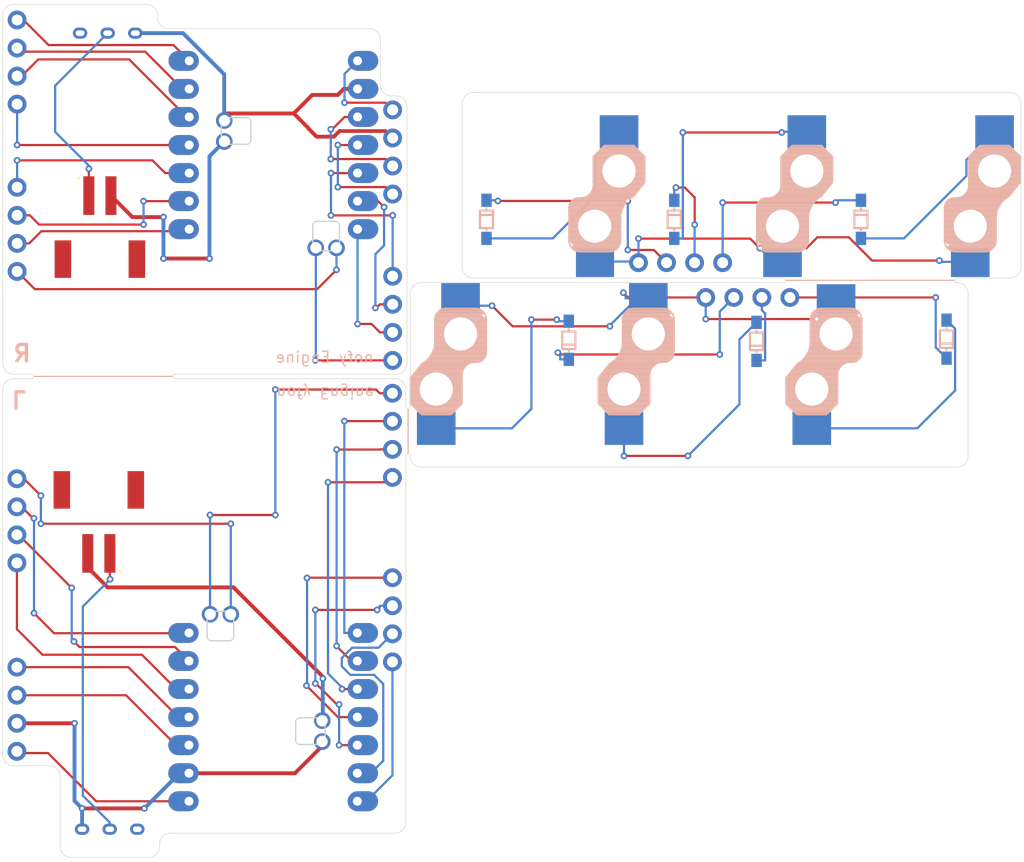
<source format=kicad_pcb>
(kicad_pcb (version 20241229) (generator "pcbnew") (generator_version "9.0")
  (title_block (title "nofy") (date "2025-03-20") (company "FlightByte"))
  (layers (0 "F.Cu" signal) (2 "B.Cu" signal) (13 "F.Paste" user) (15 "B.Paste" user) (5 "F.SilkS" user "F.Silkscreen") (7 "B.SilkS" user "B.Silkscreen") (1 "F.Mask" user) (3 "B.Mask" user) (25 "Edge.Cuts" user))
  (net 0 "")
  (net 1 "Bat")
  (net 2 "Net-(BT1--)")
  (net 3 "Net-(B1--)")
  (net 4 "Net-(D22-A)")
  (net 5 "Net-(D23-A)")
  (net 6 "Net-(D24-A)")
  (net 7 "Net-(D25-A)")
  (net 8 "Net-(D26-A)")
  (net 9 "Net-(D27-A)")
  (net 10 "Bat_L")
  (net 11 "GND_R_b")
  (net 12 "GND_L_b")
  (net 15 "Net-(D22-K)")
  (net 16 "Net-(D23-K)")
  (net 17 "Net-(D24-K)")
  (net 18 "Net-(D25-K)")
  (net 19 "Net-(D26-K)")
  (net 20 "Net-(D27-K)")
  (net 21 "Net-(J23-Pin_1)")
  (net 22 "Net-(J24-Pin_1)")
  (net 23 "Net-(J26-Pin_1)")
  (net 24 "Net-(J26-Pin_3)")
  (net 25 "Net-(J26-Pin_4)")
  (net 26 "Net-(J28-Pin_4)")
  (net 27 "Net-(J28-Pin_1)")
  (net 28 "Net-(J28-Pin_3)")
  (net 29 "Net-(J28-Pin_2)")
  (net 30 "Net-(J31-Pin_2)")
  (net 31 "Net-(J31-Pin_1)")
  (net 32 "Net-(J31-Pin_3)")
  (net 33 "Net-(J31-Pin_4)")
  (net 34 "Net-(J33-Pin_4)")
  (net 35 "Net-(J33-Pin_3)")
  (net 36 "Net-(J33-Pin_2)")
  (net 37 "Net-(J33-Pin_1)")
  (net 38 "Net-(J34-Pin_3)")
  (net 39 "Net-(J34-Pin_4)")
  (net 40 "Net-(J34-Pin_1)")
  (net 41 "Net-(J35-Pin_3)")
  (net 42 "Net-(J35-Pin_1)")
  (net 43 "Net-(J35-Pin_2)")
  (net 44 "Net-(J35-Pin_4)")
  (net 45 "Net-(J40-Pin_3)")
  (net 46 "Net-(J40-Pin_2)")
  (net 47 "Net-(J40-Pin_4)")
  (net 48 "Net-(J40-Pin_1)")
  (net 49 "Net-(J41-Pin_4)")
  (net 50 "Net-(J41-Pin_3)")
  (net 51 "Net-(J41-Pin_2)")
  (net 52 "Net-(J41-Pin_1)")
  (footprint "nofy:Pin1x4" (layer "F.Cu") (at 24.885 85.085 180)
    (property "Reference" "J35" (hide yes))
    (property "Value" "PIn1x4" (hide yes))
  )
  (footprint "nofy:Choc_v2_Hotswap_1u_17mm" (layer "F.Cu") (at 67.45 68.0536 -90)
    (property "Reference" "SW26" (hide yes))
    (property "Value" "SW_PUSH" (hide yes))
  )
  (footprint "nofy:Choc_v2_Hotswap_1u_17mm" (layer "F.Cu") (at 84.45 68.0536 -90)
    (property "Reference" "SW27" (hide yes))
    (property "Value" "SW_PUSH" (hide yes))
  )
  (footprint "_kicad_footprints:XIAO_nRF52840_wBAT_wNFC_1" (layer "F.Cu") (at 46.785 108.245 180)
    (property "Reference" "U1" (hide yes))
    (property "Value" "~" (hide yes))
    (fp_line (start 5.985247 17.791753) (end 5.985247 19.391953) (stroke (width 0.12)) (layer "Edge.Cuts"))
    (fp_line (start 5.299447 20.077753) (end 4.258047 20.077753) (stroke (width 0.12)) (layer "Edge.Cuts"))
    (fp_line (start 3.953247 17.410753) (end 5.604247 17.410753) (stroke (width 0.12)) (layer "Edge.Cuts"))
    (fp_line (start 3.572247 19.391953) (end 3.572247 17.791753) (stroke (width 0.12)) (layer "Edge.Cuts"))
    (fp_line (start -2.040753 8.403247) (end -2.040753 10.054247) (stroke (width 0.12)) (layer "Edge.Cuts"))
    (fp_line (start -2.421753 10.435247) (end -4.021953 10.435247) (stroke (width 0.12)) (layer "Edge.Cuts"))
    (fp_line (start -4.021953 8.022247) (end -2.421753 8.022247) (stroke (width 0.12)) (layer "Edge.Cuts"))
    (fp_line (start -4.707753 9.749447) (end -4.707753 8.708047) (stroke (width 0.12)) (layer "Edge.Cuts"))
    (fp_arc (start 5.604247 17.410753) (mid 5.873656 17.522344) (end 5.985247 17.791753) (stroke (width 0.12)) (layer "Edge.Cuts"))
    (fp_arc (start 5.299447 20.077753) (mid 5.381637 19.474146) (end 5.985247 19.391953) (stroke (width 0.12)) (layer "Edge.Cuts"))
    (fp_arc (start 3.572247 19.391953) (mid 4.175856 19.474144) (end 4.258047 20.077753) (stroke (width 0.12)) (layer "Edge.Cuts"))
    (fp_arc (start 3.572247 17.791753) (mid 3.683838 17.522342) (end 3.953247 17.410753) (stroke (width 0.12)) (layer "Edge.Cuts"))
    (fp_arc (start -2.040753 10.054247) (mid -2.152344 10.323656) (end -2.421753 10.435247) (stroke (width 0.12)) (layer "Edge.Cuts"))
    (fp_arc (start -2.421753 8.022247) (mid -2.152342 8.133838) (end -2.040753 8.403247) (stroke (width 0.12)) (layer "Edge.Cuts"))
    (fp_arc (start -4.021953 8.022247) (mid -4.104144 8.625856) (end -4.707753 8.708047) (stroke (width 0.12)) (layer "Edge.Cuts"))
    (fp_arc (start -4.707753 9.749447) (mid -4.104146 9.831637) (end -4.021953 10.435247) (stroke (width 0.12)) (layer "Edge.Cuts"))
  )
  (footprint "_kicad_footprints:TGSW_MSK-12D19" (layer "F.Cu") (at 31.985 110.645 180)
    (property "Reference" "SW4" (hide yes))
    (property "Value" "SW_SPDT" (hide yes))
  )
  (footprint "nofy:MountingHole_2.2mm_M2" (layer "F.Cu") (at 75.95 60.1)
    (property "Reference" "REF**12" (hide yes))
    (property "Value" "MountingHole_2.2mm_M2" (hide yes))
  )
  (footprint "nofy:Choc_v2_Hotswap_1u_17mm" (layer "F.Cu") (at 101.45 68.0536 -90)
    (property "Reference" "SW28" (hide yes))
    (property "Value" "SW_PUSH" (hide yes))
  )
  (footprint "nofy:Pin1x4" (layer "F.Cu") (at 22.3036 48.4761)
    (property "Reference" "J33" (hide yes))
    (property "Value" "PIn1x4" (hide yes))
  )
  (footprint "nofy:Pin1x4" (layer "F.Cu") (at 58.885 77.345 180)
    (property "Reference" "J41" (hide yes))
    (property "Value" "PIn1x4" (hide yes))
  )
  (footprint "_kicad_footprints:Diode_SMD" (layer "F.Cu") (at 107.75 66.3067 90)
    (property "Reference" "D24")
    (property "Value" "D" (hide yes))
  )
  (footprint "nofy:MountingHole_2.2mm_M2" (layer "F.Cu") (at 97.7 56.25)
    (property "Reference" "REF**3" (hide yes))
    (property "Value" "MountingHole_2.2mm_M2" (hide yes))
  )
  (footprint "nofy:Choc_v2_Hotswap_1u_17mm" (layer "F.Cu") (at 106.2 48.3036 90)
    (property "Reference" "SW31" (hide yes))
    (property "Value" "SW_PUSH" (hide yes))
  )
  (footprint "_kicad_footprints:Diode_SMD" (layer "F.Cu") (at 73.55 66.4067 90)
    (property "Reference" "D22")
    (property "Value" "D" (hide yes))
  )
  (footprint "_kicad_footprints:JST_S2B-PH-SM4-TB" (layer "F.Cu") (at 31.0964 50.5321 180)
    (property "Reference" "B1" (hide yes))
    (property "Value" "BATT_L" (hide yes))
  )
  (footprint "nofy:Pin1x4" (layer "F.Cu") (at 24.885 102.145 180)
    (property "Reference" "J34" (hide yes))
    (property "Value" "PIn1x4" (hide yes))
  )
  (footprint "nofy:Pin1x4" (layer "F.Cu") (at 78.56 57.9036 90)
    (property "Reference" "J24" (hide yes))
    (property "Value" "PIn1x4" (hide yes))
  )
  (footprint "nofy:MountingHole_2.2mm_M2" (layer "F.Cu") (at 33.35 101.35)
    (property "Reference" "REF**14" (hide yes))
    (property "Value" "MountingHole_2.2mm_M2" (hide yes))
  )
  (footprint "nofy:Pin1x4" (layer "F.Cu") (at 56.3036 41.4711)
    (property "Reference" "J26" (hide yes))
    (property "Value" "PIn1x4" (hide yes))
  )
  (footprint "nofy:Pin1x4" (layer "F.Cu") (at 84.65 61.0536 90)
    (property "Reference" "J23" (hide yes))
    (property "Value" "PIn1x4" (hide yes))
  )
  (footprint "_kicad_footprints:JST_S2B-PH-SM4-TB" (layer "F.Cu") (at 31 82.925)
    (property "Reference" "BT1" (hide yes))
    (property "Value" "BATT" (hide yes))
  )
  (footprint "nofy:Pin1x4" (layer "F.Cu") (at 22.3036 33.3311)
    (property "Reference" "J31" (hide yes))
    (property "Value" "PIn1x4" (hide yes))
  )
  (footprint "_kicad_footprints:Diode_SMD" (layer "F.Cu") (at 100 49.9004 -90)
    (property "Reference" "D27")
    (property "Value" "D" (hide yes))
  )
  (footprint "_kicad_footprints:XIAO_nRF52840_wBAT_wNFC_1" (layer "F.Cu") (at 46.8036 35.4511)
    (property "Reference" "U2" (hide yes))
    (property "Value" "~" (hide yes))
    (fp_line (start -4.707753 9.749447) (end -4.707753 8.708047) (stroke (width 0.12)) (layer "Edge.Cuts"))
    (fp_line (start -4.021953 8.022247) (end -2.421753 8.022247) (stroke (width 0.12)) (layer "Edge.Cuts"))
    (fp_line (start -2.421753 10.435247) (end -4.021953 10.435247) (stroke (width 0.12)) (layer "Edge.Cuts"))
    (fp_line (start -2.040753 8.403247) (end -2.040753 10.054247) (stroke (width 0.12)) (layer "Edge.Cuts"))
    (fp_line (start 3.572247 19.391953) (end 3.572247 17.791753) (stroke (width 0.12)) (layer "Edge.Cuts"))
    (fp_line (start 3.953247 17.410753) (end 5.604247 17.410753) (stroke (width 0.12)) (layer "Edge.Cuts"))
    (fp_line (start 5.299447 20.077753) (end 4.258047 20.077753) (stroke (width 0.12)) (layer "Edge.Cuts"))
    (fp_line (start 5.985247 17.791753) (end 5.985247 19.391953) (stroke (width 0.12)) (layer "Edge.Cuts"))
    (fp_arc (start -4.707753 9.749447) (mid -4.104146 9.831637) (end -4.021953 10.435247) (stroke (width 0.12)) (layer "Edge.Cuts"))
    (fp_arc (start -4.021953 8.022247) (mid -4.104144 8.625856) (end -4.707753 8.708047) (stroke (width 0.12)) (layer "Edge.Cuts"))
    (fp_arc (start -2.421753 8.022247) (mid -2.152342 8.133838) (end -2.040753 8.403247) (stroke (width 0.12)) (layer "Edge.Cuts"))
    (fp_arc (start -2.040753 10.054247) (mid -2.152344 10.323656) (end -2.421753 10.435247) (stroke (width 0.12)) (layer "Edge.Cuts"))
    (fp_arc (start 3.572247 17.791753) (mid 3.683838 17.522342) (end 3.953247 17.410753) (stroke (width 0.12)) (layer "Edge.Cuts"))
    (fp_arc (start 3.572247 19.391953) (mid 4.175856 19.474144) (end 4.258047 20.077753) (stroke (width 0.12)) (layer "Edge.Cuts"))
    (fp_arc (start 5.299447 20.077753) (mid 5.381637 19.474146) (end 5.985247 19.391953) (stroke (width 0.12)) (layer "Edge.Cuts"))
    (fp_arc (start 5.604247 17.410753) (mid 5.873656 17.522344) (end 5.985247 17.791753) (stroke (width 0.12)) (layer "Edge.Cuts"))
  )
  (footprint "_kicad_footprints:Diode_SMD" (layer "F.Cu") (at 83.1 49.9004 -90)
    (property "Reference" "D26")
    (property "Value" "D" (hide yes))
  )
  (footprint "_kicad_footprints:TGSW_MSK-12D19" (layer "F.Cu") (at 31.8036 33.0711)
    (property "Reference" "SW3" (hide yes))
    (property "Value" "SW_SPDT" (hide yes))
  )
  (footprint "nofy:Pin1x4" (layer "F.Cu") (at 56.3036 56.5311)
    (property "Reference" "J28" (hide yes))
    (property "Value" "PIn1x4" (hide yes))
  )
  (footprint "nofy:MountingHole_2.2mm_M2" (layer "F.Cu") (at 31.55 41.95)
    (property "Reference" "REF**1" (hide yes))
    (property "Value" "MountingHole_2.2mm_M2" (hide yes))
  )
  (footprint "nofy:MountingHole_2.2mm_M2" (layer "F.Cu") (at 41 74.35)
    (property "Reference" "REF**13" (hide yes))
    (property "Value" "MountingHole_2.2mm_M2" (hide yes))
  )
  (footprint "nofy:MountingHole_2.2mm_M2" (layer "F.Cu") (at 46.65 62.85)
    (property "Reference" "REF**2" (hide yes))
    (property "Value" "MountingHole_2.2mm_M2" (hide yes))
  )
  (footprint "nofy:Choc_v2_Hotswap_1u_17mm" (layer "F.Cu") (at 72.2 48.3036 90)
    (property "Reference" "SW29" (hide yes))
    (property "Value" "SW_PUSH" (hide yes))
  )
  (footprint "nofy:Choc_v2_Hotswap_1u_17mm" (layer "F.Cu") (at 89.2 48.3036 90)
    (property "Reference" "SW30" (hide yes))
    (property "Value" "SW_PUSH" (hide yes))
  )
  (footprint "nofy:Pin1x4" (layer "F.Cu") (at 58.885 94.045 180)
    (property "Reference" "J40" (hide yes))
    (property "Value" "PIn1x4" (hide yes))
  )
  (footprint "_kicad_footprints:Diode_SMD" (layer "F.Cu") (at 90.55 66.5067 90)
    (property "Reference" "D23")
    (property "Value" "D" (hide yes))
  )
  (footprint "_kicad_footprints:Diode_SMD" (layer "F.Cu") (at 66.1 49.9004 -90)
    (property "Reference" "D25")
    (property "Value" "D" (hide yes))
  )
  (gr_line (start 25.1 66.9) (end 37.7 66.9) (stroke (width 0.1)) (layer "F.SilkS"))
  (gr_line (start 59 69.9) (end 59 73.9) (stroke (width 0.1)) (layer "F.SilkS"))
  (gr_line (start 108.5 58.2) (end 93.2 58.2) (stroke (width 0.1)) (layer "F.SilkS"))
  (gr_line (start 37.7 66.9) (end 25.1 66.9) (stroke (width 0.1)) (layer "B.SilkS"))
  (gr_line (start 93.2 58.2) (end 108.5 58.2) (stroke (width 0.1)) (layer "B.SilkS"))
  (gr_line (start 59 73.9) (end 59 69.9) (stroke (width 0.1)) (layer "B.SilkS"))
  (gr_arc (start 36.5 109.25) (mid 36.792891 108.542891) (end 37.5 108.25) (stroke (width 0.05)) (layer "Edge.Cuts"))
  (gr_arc (start 22.31066 34.214214) (mid 22.603553 33.507107) (end 23.31066 33.214214) (stroke (width 0.05)) (layer "Edge.Cuts"))
  (gr_line (start 64.9 58) (end 93.000001 58) (stroke (width 0.05)) (layer "Edge.Cuts"))
  (gr_arc (start 58.896446 65.7) (mid 58.603553 66.407107) (end 57.896446 66.7) (stroke (width 0.05)) (layer "Edge.Cuts"))
  (gr_arc (start 22.3 68.1) (mid 22.592893 67.392893) (end 23.3 67.1) (stroke (width 0.05)) (layer "Edge.Cuts"))
  (gr_line (start 26.5 102.15) (end 23.3 102.15) (stroke (width 0.05)) (layer "Edge.Cuts"))
  (gr_arc (start 109.7 74.1) (mid 109.407107 74.807107) (end 108.7 75.1) (stroke (width 0.05)) (layer "Edge.Cuts"))
  (gr_arc (start 58.8 74.1) (mid 59 73.9) (end 59.2 74.1) (stroke (width 0.05)) (layer "Edge.Cuts"))
  (gr_arc (start 35.296446 33.214214) (mid 36.003553 33.507107) (end 36.296446 34.214214) (stroke (width 0.05)) (layer "Edge.Cuts"))
  (gr_line (start 36.296453 34.407107) (end 36.296445 34.214214) (stroke (width 0.05)) (layer "Edge.Cuts"))
  (gr_arc (start 60.2 75.1) (mid 59.492893 74.807107) (end 59.2 74.1) (stroke (width 0.05)) (layer "Edge.Cuts"))
  (gr_arc (start 114.5 57) (mid 114.207107 57.707107) (end 113.5 58) (stroke (width 0.05)) (layer "Edge.Cuts"))
  (gr_line (start 109.7 74.1) (end 109.7 59.4) (stroke (width 0.05)) (layer "Edge.Cuts"))
  (gr_arc (start 113.5 41.2) (mid 114.207107 41.492893) (end 114.5 42.2) (stroke (width 0.05)) (layer "Edge.Cuts"))
  (gr_line (start 57.503553 41.507107) (end 57.903553 41.507107) (stroke (width 0.05)) (layer "Edge.Cuts"))
  (gr_arc (start 23.3 102.15) (mid 22.592893 101.857107) (end 22.3 101.15) (stroke (width 0.05)) (layer "Edge.Cuts"))
  (gr_line (start 23.310653 33.214214) (end 35.296446 33.214214) (stroke (width 0.05)) (layer "Edge.Cuts"))
  (gr_line (start 59.2 69.7) (end 59.2 59.4) (stroke (width 0.05)) (layer "Edge.Cuts"))
  (gr_arc (start 108.7 58.4) (mid 108.5 58.2) (end 108.7 58) (stroke (width 0.05)) (layer "Edge.Cuts"))
  (gr_arc (start 64.9 58) (mid 64.192893 57.707107) (end 63.9 57) (stroke (width 0.05)) (layer "Edge.Cuts"))
  (gr_arc (start 108.7 58.4) (mid 109.407107 58.692893) (end 109.7 59.4) (stroke (width 0.05)) (layer "Edge.Cuts"))
  (gr_line (start 58.8 74.1) (end 58.8 107.25) (stroke (width 0.05)) (layer "Edge.Cuts"))
  (gr_line (start 23.30358 66.7) (end 24.9 66.7) (stroke (width 0.05)) (layer "Edge.Cuts"))
  (gr_line (start 37.296453 35.407107) (end 55.503553 35.407107) (stroke (width 0.05)) (layer "Edge.Cuts"))
  (gr_arc (start 28.5 110.45) (mid 27.792893 110.157107) (end 27.5 109.45) (stroke (width 0.05)) (layer "Edge.Cuts"))
  (gr_arc (start 55.503553 35.414214) (mid 56.21066 35.707107) (end 56.503553 36.414214) (stroke (width 0.05)) (layer "Edge.Cuts"))
  (gr_arc (start 37.296445 35.407107) (mid 36.589338 35.114214) (end 36.296445 34.407107) (stroke (width 0.05)) (layer "Edge.Cuts"))
  (gr_arc (start 37.9 67.1) (mid 37.7 66.9) (end 37.9 66.7) (stroke (width 0.05)) (layer "Edge.Cuts"))
  (gr_line (start 63.9 42.2) (end 63.9 57) (stroke (width 0.05)) (layer "Edge.Cuts"))
  (gr_line (start 22.3 101.15) (end 22.3 68.1) (stroke (width 0.05)) (layer "Edge.Cuts"))
  (gr_line (start 60.2 58.4) (end 93 58.4) (stroke (width 0.05)) (layer "Edge.Cuts"))
  (gr_arc (start 57.8 67.1) (mid 58.507107 67.392893) (end 58.8 68.1) (stroke (width 0.05)) (layer "Edge.Cuts"))
  (gr_arc (start 36.5 109.45) (mid 36.207107 110.157107) (end 35.5 110.45) (stroke (width 0.05)) (layer "Edge.Cuts"))
  (gr_line (start 108.7 75.1) (end 60.2 75.1) (stroke (width 0.05)) (layer "Edge.Cuts"))
  (gr_line (start 37.9 67.1) (end 57.8 67.1) (stroke (width 0.05)) (layer "Edge.Cuts"))
  (gr_line (start 37.5 108.25) (end 57.8 108.25) (stroke (width 0.05)) (layer "Edge.Cuts"))
  (gr_line (start 56.503553 36.414214) (end 56.503553 40.507107) (stroke (width 0.05)) (layer "Edge.Cuts"))
  (gr_arc (start 26.5 102.15) (mid 27.207107 102.442893) (end 27.5 103.15) (stroke (width 0.05)) (layer "Edge.Cuts"))
  (gr_line (start 64.9 41.199992) (end 113.5 41.2) (stroke (width 0.05)) (layer "Edge.Cuts"))
  (gr_arc (start 93 58) (mid 93.2 58.2) (end 93 58.4) (stroke (width 0.05)) (layer "Edge.Cuts"))
  (gr_arc (start 57.903553 41.507107) (mid 58.61066 41.8) (end 58.903553 42.507107) (stroke (width 0.05)) (layer "Edge.Cuts"))
  (gr_line (start 23.3 67.1) (end 24.9 67.1) (stroke (width 0.05)) (layer "Edge.Cuts"))
  (gr_arc (start 57.503553 41.507107) (mid 56.796446 41.214214) (end 56.503553 40.507107) (stroke (width 0.05)) (layer "Edge.Cuts"))
  (gr_line (start 35.5 110.45) (end 28.5 110.45) (stroke (width 0.05)) (layer "Edge.Cuts"))
  (gr_arc (start 24.9 66.7) (mid 25.1 66.9) (end 24.9 67.1) (stroke (width 0.05)) (layer "Edge.Cuts"))
  (gr_arc (start 58.8 107.25) (mid 58.507109 107.957109) (end 57.8 108.25) (stroke (width 0.05)) (layer "Edge.Cuts"))
  (gr_arc (start 59.2 59.4) (mid 59.492893 58.692893) (end 60.2 58.4) (stroke (width 0.05)) (layer "Edge.Cuts"))
  (gr_line (start 58.8 68.1) (end 58.8 69.7) (stroke (width 0.05)) (layer "Edge.Cuts"))
  (gr_arc (start 23.303553 66.7) (mid 22.596446 66.407107) (end 22.303553 65.7) (stroke (width 0.05)) (layer "Edge.Cuts"))
  (gr_arc (start 63.9 42.199992) (mid 64.192893 41.492885) (end 64.9 41.199992) (stroke (width 0.05)) (layer "Edge.Cuts"))
  (gr_line (start 22.303553 65.7) (end 22.31066 34.214207) (stroke (width 0.05)) (layer "Edge.Cuts"))
  (gr_line (start 57.896446 66.699999) (end 37.9 66.7) (stroke (width 0.05)) (layer "Edge.Cuts"))
  (gr_line (start 58.903553 42.507107) (end 58.896445 65.7) (stroke (width 0.05)) (layer "Edge.Cuts"))
  (gr_line (start 108.7 58) (end 113.5 58) (stroke (width 0.05)) (layer "Edge.Cuts"))
  (gr_arc (start 59.2 69.7) (mid 59 69.9) (end 58.8 69.7) (stroke (width 0.05)) (layer "Edge.Cuts"))
  (gr_line (start 27.5 109.45) (end 27.5 103.15) (stroke (width 0.05)) (layer "Edge.Cuts"))
  (gr_line (start 36.5 109.45) (end 36.5 109.25) (stroke (width 0.05)) (layer "Edge.Cuts"))
  (gr_line (start 114.5 42.2) (end 114.5 57.007108) (stroke (width 0.05)) (layer "Edge.Cuts"))
  (gr_text "R" (at 25 65.7 0) (layer "B.SilkS") (effects (font (size 1.5 1.5) (thickness 0.3) (bold yes)) (justify left bottom mirror)))
  (gr_text "nofy Engine" (at 55.95 65.75 0) (layer "B.SilkS") (effects (font (size 1 1) (thickness 0.125)) (justify left bottom mirror)))
  (gr_text "nofy Engine" (at 47 67.8 180) (layer "B.SilkS") (effects (font (size 1 1) (thickness 0.125)) (justify left bottom mirror)))
  (gr_text "L" (at 22.95 68.1 180) (layer "B.SilkS") (effects (font (size 1.5 1.5) (thickness 0.3) (bold yes)) (justify left bottom mirror)))
  (segment (start 43.1931 86) (end 31.8 86) (width 0.35) (layer "F.Cu") (net 1))
  (segment (start 31.8 86) (end 30 84.2) (width 0.35) (layer "F.Cu") (net 1))
  (segment (start 30 84.2) (end 30 82.925) (width 0.35) (layer "F.Cu") (net 1))
  (segment (start 51.2807 94.2584) (end 51.2807 94.0876) (width 0.35) (layer "F.Cu") (net 1))
  (segment (start 51.2807 94.0876) (end 43.1931 86) (width 0.35) (layer "F.Cu") (net 1))
  (via (at 51.2807 94.2584) (size 0.6) (drill 0.3) (layers "F.Cu" "B.Cu") (net 1))
  (segment (start 51.23 98.062) (end 51.2807 98.0113) (width 0.35) (layer "B.Cu") (net 1))
  (segment (start 51.2807 98.0113) (end 51.2807 94.2584) (width 0.35) (layer "B.Cu") (net 1))
  (segment (start 32 85.245404) (end 32 82.925) (width 0.2) (layer "F.Cu") (net 2))
  (segment (start 32.019798 85.265202) (end 32 85.245404) (width 0.2) (layer "F.Cu") (net 2))
  (via (at 32.019798 85.265202) (size 0.6) (drill 0.3) (layers "F.Cu" "B.Cu") (net 2))
  (segment (start 31.985 107.285) (end 31.985 107.895) (width 0.2) (layer "B.Cu") (net 2))
  (segment (start 29.55 87.735) (end 29.55 104.85) (width 0.2) (layer "B.Cu") (net 2))
  (segment (start 32.019798 85.265202) (end 29.55 87.735) (width 0.2) (layer "B.Cu") (net 2))
  (segment (start 29.55 104.85) (end 31.985 107.285) (width 0.2) (layer "B.Cu") (net 2))
  (segment (start 30.0964 48.1036) (end 30.0964 50.5321) (width 0.2) (layer "F.Cu") (net 3))
  (segment (start 30.1 48.1) (end 30.0964 48.1036) (width 0.2) (layer "F.Cu") (net 3))
  (via (at 30.1 48.1) (size 0.6) (drill 0.3) (layers "F.Cu" "B.Cu") (net 3))
  (segment (start 30.1 47.82) (end 27.05 44.77) (width 0.2) (layer "B.Cu") (net 3))
  (segment (start 30.1 48.1) (end 30.1 47.82) (width 0.2) (layer "B.Cu") (net 3))
  (segment (start 27.05 40.5747) (end 31.8036 35.8211) (width 0.2) (layer "B.Cu") (net 3))
  (segment (start 27.05 44.77) (end 27.05 40.5747) (width 0.2) (layer "B.Cu") (net 3))
  (segment (start 70.1631 61.7616) (end 72.4602 61.7616) (width 0.2) (layer "F.Cu") (net 4))
  (via (at 72.4602 61.7616) (size 0.6) (drill 0.3) (layers "F.Cu" "B.Cu") (net 4))
  (via (at 70.1631 61.7616) (size 0.6) (drill 0.3) (layers "F.Cu" "B.Cu") (net 4))
  (segment (start 73.55 61.9036) (end 72.6022 61.9036) (width 0.2) (layer "B.Cu") (net 4))
  (segment (start 70.1631 69.85) (end 70.15 69.85) (width 0.2) (layer "B.Cu") (net 4))
  (segment (start 70.15 69.85) (end 68.4 71.6) (width 0.2) (layer "B.Cu") (net 4))
  (segment (start 72.6022 61.9036) (end 72.4602 61.7616) (width 0.2) (layer "B.Cu") (net 4))
  (segment (start 70.1631 61.7616) (end 70.1631 69.85) (width 0.2) (layer "B.Cu") (net 4))
  (segment (start 68.4 71.6) (end 61.5536 71.6) (width 0.2) (layer "B.Cu") (net 4))
  (segment (start 61.5536 71.6) (end 61.55 71.6036) (width 0.2) (layer "B.Cu") (net 4))
  (segment (start 84.336 74.0973) (end 78.55 74.0973) (width 0.2) (layer "F.Cu") (net 5))
  (via (at 84.336 74.0973) (size 0.6) (drill 0.3) (layers "F.Cu" "B.Cu") (net 5))
  (via (at 78.55 74.0973) (size 0.6) (drill 0.3) (layers "F.Cu" "B.Cu") (net 5))
  (segment (start 89 69.4333) (end 84.336 74.0973) (width 0.2) (layer "B.Cu") (net 5))
  (segment (start 89 63.5536) (end 89 69.4333) (width 0.2) (layer "B.Cu") (net 5))
  (segment (start 90.55 62.0036) (end 89 63.5536) (width 0.2) (layer "B.Cu") (net 5))
  (segment (start 78.55 71.6036) (end 78.55 74.0973) (width 0.2) (layer "B.Cu") (net 5))
  (segment (start 108.526 68.174) (end 105.1 71.6) (width 0.2) (layer "B.Cu") (net 6))
  (segment (start 107.7536 61.8036) (end 108.526 62.576) (width 0.2) (layer "B.Cu") (net 6))
  (segment (start 105.1 71.6) (end 95.5536 71.6) (width 0.2) (layer "B.Cu") (net 6))
  (segment (start 107.75 61.8036) (end 107.7536 61.8036) (width 0.2) (layer "B.Cu") (net 6))
  (segment (start 95.5536 71.6) (end 95.55 71.6036) (width 0.2) (layer "B.Cu") (net 6))
  (segment (start 108.526 62.576) (end 108.526 68.174) (width 0.2) (layer "B.Cu") (net 6))
  (segment (start 72.1017 54.4035) (end 75.8783 50.6269) (width 0.2) (layer "B.Cu") (net 7))
  (segment (start 75.8783 50.6269) (end 75.8783 46.9753) (width 0.2) (layer "B.Cu") (net 7))
  (segment (start 75.8783 46.9753) (end 78.1 44.7536) (width 0.2) (layer "B.Cu") (net 7))
  (segment (start 66.1 54.4035) (end 72.1017 54.4035) (width 0.2) (layer "B.Cu") (net 7))
  (segment (start 92.827 44.8149) (end 83.8767 44.8149) (width 0.2) (layer "F.Cu") (net 8))
  (via (at 92.827 44.8149) (size 0.6) (drill 0.3) (layers "F.Cu" "B.Cu") (net 8))
  (via (at 83.8767 44.8149) (size 0.6) (drill 0.3) (layers "F.Cu" "B.Cu") (net 8))
  (segment (start 92.8883 44.7536) (end 92.827 44.8149) (width 0.2) (layer "B.Cu") (net 8))
  (segment (start 83.1 54.4035) (end 83.8767 54.4035) (width 0.2) (layer "B.Cu") (net 8))
  (segment (start 95.1 44.7536) (end 92.8883 44.7536) (width 0.2) (layer "B.Cu") (net 8))
  (segment (start 83.8767 54.4035) (end 83.8767 44.8149) (width 0.2) (layer "B.Cu") (net 8))
  (segment (start 109.55 47.3036) (end 112.1 44.7536) (width 0.2) (layer "B.Cu") (net 9))
  (segment (start 100.1465 54.4035) (end 100 54.4035) (width 0.2) (layer "B.Cu") (net 9))
  (segment (start 99.704563 54.9019) (end 99.8981 54.9019) (width 0.2) (layer "B.Cu") (net 9))
  (segment (start 103.896475 54.403525) (end 109.55 48.75) (width 0.2) (layer "B.Cu") (net 9))
  (segment (start 109.55 48.75) (end 109.55 47.3036) (width 0.2) (layer "B.Cu") (net 9))
  (segment (start 100 54.403525) (end 103.896475 54.403525) (width 0.2) (layer "B.Cu") (net 9))
  (segment (start 41.0165 56.2269) (end 36.8529 56.2269) (width 0.35) (layer "F.Cu") (net 10))
  (segment (start 34.04 52.4757) (end 36.8529 52.4757) (width 0.35) (layer "F.Cu") (net 10))
  (segment (start 32.0964 50.5321) (end 34.04 52.4757) (width 0.35) (layer "F.Cu") (net 10))
  (via (at 36.8529 52.4757) (size 0.6) (drill 0.3) (layers "F.Cu" "B.Cu") (net 10))
  (via (at 36.8529 56.2269) (size 0.6) (drill 0.3) (layers "F.Cu" "B.Cu") (net 10))
  (via (at 41.0165 56.2269) (size 0.6) (drill 0.3) (layers "F.Cu" "B.Cu") (net 10))
  (segment (start 42.3586 45.6341) (end 41.0165 46.9762) (width 0.35) (layer "B.Cu") (net 10))
  (segment (start 36.8529 56.2269) (end 36.8529 52.4757) (width 0.35) (layer "B.Cu") (net 10))
  (segment (start 41.0165 46.9762) (end 41.0165 56.2269) (width 0.35) (layer "B.Cu") (net 10))
  (segment (start 23.585 98.305) (end 28.8 98.305) (width 0.35) (layer "F.Cu") (net 11))
  (segment (start 51.23 100.3564) (end 48.7614 102.825) (width 0.35) (layer "F.Cu") (net 11))
  (segment (start 35.1232 106.0104) (end 29.485 106.0104) (width 0.35) (layer "F.Cu") (net 11))
  (segment (start 51.23 99.967) (end 51.23 100.3564) (width 0.35) (layer "F.Cu") (net 11))
  (segment (start 48.7614 102.825) (end 39.165 102.825) (width 0.35) (layer "F.Cu") (net 11))
  (via (at 35.1232 106.0104) (size 0.6) (drill 0.3) (layers "F.Cu" "B.Cu") (net 11))
  (via (at 29.485 106.0104) (size 0.6) (drill 0.3) (layers "F.Cu" "B.Cu") (net 11))
  (via (at 28.8 98.305) (size 0.6) (drill 0.3) (layers "F.Cu" "B.Cu") (net 11))
  (segment (start 29.485 107.895) (end 29.485 106.0104) (width 0.35) (layer "B.Cu") (net 11))
  (segment (start 28.8 105.3254) (end 29.485 106.0104) (width 0.35) (layer "B.Cu") (net 11))
  (segment (start 28.8 98.305) (end 28.8 105.3254) (width 0.35) (layer "B.Cu") (net 11))
  (segment (start 38.3086 102.825) (end 35.1232 106.0104) (width 0.35) (layer "B.Cu") (net 11))
  (segment (start 39.165 102.825) (end 38.3086 102.825) (width 0.35) (layer "B.Cu") (net 11))
  (segment (start 57.6036 45.3111) (end 57.573116 45.3111) (width 0.33) (layer "F.Cu") (net 12))
  (segment (start 56.946774 44.684758) (end 52.792151 44.684758) (width 0.33) (layer "F.Cu") (net 12))
  (segment (start 53.1719 40.8711) (end 54.4236 40.8711) (width 0.35) (layer "F.Cu") (net 12))
  (segment (start 48.65 43.0929) (end 50.3265 41.4164) (width 0.35) (layer "F.Cu") (net 12))
  (segment (start 42.3586 43.7291) (end 42.3586 43.351) (width 0.35) (layer "F.Cu") (net 12))
  (segment (start 52.278909 45.198) (end 50.721 45.198) (width 0.35) (layer "F.Cu") (net 12))
  (segment (start 50.721 45.198) (end 49.973 44.45) (width 0.35) (layer "F.Cu") (net 12))
  (segment (start 48.6929 43.0929) (end 48.65 43.0929) (width 0.2) (layer "F.Cu") (net 12))
  (segment (start 57.573116 45.3111) (end 56.946774 44.684758) (width 0.33) (layer "F.Cu") (net 12))
  (segment (start 49.973 44.45) (end 49.973 44.4159) (width 0.2) (layer "F.Cu") (net 12))
  (segment (start 52.776909 44.7) (end 52.278909 45.198) (width 0.35) (layer "F.Cu") (net 12))
  (segment (start 49.973 44.4159) (end 48.65 43.0929) (width 0.35) (layer "F.Cu") (net 12))
  (segment (start 52.6266 41.4164) (end 53.1719 40.8711) (width 0.35) (layer "F.Cu") (net 12))
  (segment (start 50.3265 41.4164) (end 52.6266 41.4164) (width 0.35) (layer "F.Cu") (net 12))
  (segment (start 42.3586 43.351) (end 42.6167 43.0929) (width 0.35) (layer "F.Cu") (net 12))
  (segment (start 42.6167 43.0929) (end 48.65 43.0929) (width 0.35) (layer "F.Cu") (net 12))
  (segment (start 52.792151 44.684758) (end 52.776909 44.7) (width 0.33) (layer "F.Cu") (net 12))
  (segment (start 42.35 39.55) (end 42.35 43.7205) (width 0.35) (layer "B.Cu") (net 12))
  (segment (start 42.35 43.7205) (end 42.3586 43.7291) (width 0.35) (layer "B.Cu") (net 12))
  (segment (start 38.6211 35.8211) (end 42.35 39.55) (width 0.35) (layer "B.Cu") (net 12))
  (segment (start 34.3036 35.8211) (end 38.6211 35.8211) (width 0.35) (layer "B.Cu") (net 12))
  (segment (start 72.5614 64.7476) (end 72.7285 64.9147) (width 0.2) (layer "F.Cu") (net 15))
  (segment (start 72.7285 64.9147) (end 87.22 64.9147) (width 0.2) (layer "F.Cu") (net 15))
  (via (at 72.5614 64.7476) (size 0.6) (drill 0.3) (layers "F.Cu" "B.Cu") (net 15))
  (via (at 87.22 64.9147) (size 0.6) (drill 0.3) (layers "F.Cu" "B.Cu") (net 15))
  (segment (start 72.5614 64.7476) (end 72.7733 64.9595) (width 0.2) (layer "B.Cu") (net 15))
  (segment (start 72.7733 64.9595) (end 72.7733 65.3536) (width 0.2) (layer "B.Cu") (net 15))
  (segment (start 73.55 65.3536) (end 72.7733 65.3536) (width 0.2) (layer "B.Cu") (net 15))
  (segment (start 88.49 59.7536) (end 87.22 61.0236) (width 0.2) (layer "B.Cu") (net 15))
  (segment (start 87.22 61.0236) (end 87.22 64.9147) (width 0.2) (layer "B.Cu") (net 15))
  (segment (start 91.03 60.9053) (end 91.3267 61.202) (width 0.2) (layer "B.Cu") (net 16))
  (segment (start 91.03 59.7536) (end 91.03 60.9053) (width 0.2) (layer "B.Cu") (net 16))
  (segment (start 90.55 65.4536) (end 91.3267 65.4536) (width 0.2) (layer "B.Cu") (net 16))
  (segment (start 91.3267 61.202) (end 91.3267 65.4536) (width 0.2) (layer "B.Cu") (net 16))
  (segment (start 93.57 59.7536) (end 106.7716 59.7536) (width 0.2) (layer "F.Cu") (net 17))
  (via (at 106.7716 59.7536) (size 0.6) (drill 0.3) (layers "F.Cu" "B.Cu") (net 17))
  (segment (start 107.75 65.253575) (end 106.7716 64.275175) (width 0.2) (layer "B.Cu") (net 17))
  (segment (start 107.75 65.2536) (end 107.75 65.253575) (width 0.2) (layer "B.Cu") (net 17))
  (segment (start 106.7716 64.275175) (end 106.7716 59.7536) (width 0.2) (layer "B.Cu") (net 17))
  (segment (start 78.8916 51.014) (end 67.1311 51.014) (width 0.2) (layer "F.Cu") (net 18))
  (segment (start 81.2483 55.4519) (end 78.8916 55.4519) (width 0.2) (layer "F.Cu") (net 18))
  (segment (start 82.4 56.6036) (end 81.2483 55.4519) (width 0.2) (layer "F.Cu") (net 18))
  (via (at 78.8916 51.014) (size 0.6) (drill 0.3) (layers "F.Cu" "B.Cu") (net 18))
  (via (at 67.1311 51.014) (size 0.6) (drill 0.3) (layers "F.Cu" "B.Cu") (net 18))
  (via (at 78.8916 55.4519) (size 0.6) (drill 0.3) (layers "F.Cu" "B.Cu") (net 18))
  (segment (start 67.0706 50.9535) (end 67.1311 51.014) (width 0.2) (layer "B.Cu") (net 18))
  (segment (start 66.1 50.9535) (end 67.0706 50.9535) (width 0.2) (layer "B.Cu") (net 18))
  (segment (start 78.8916 55.4519) (end 78.8916 51.014) (width 0.2) (layer "B.Cu") (net 18))
  (segment (start 84.95 50.7) (end 84.95 53.1661) (width 0.2) (layer "F.Cu") (net 19))
  (segment (start 83.25 49.8) (end 84.05 49.8) (width 0.2) (layer "F.Cu") (net 19))
  (segment (start 84.05 49.8) (end 84.95 50.7) (width 0.2) (layer "F.Cu") (net 19))
  (via (at 84.95 53.1661) (size 0.6) (drill 0.3) (layers "F.Cu" "B.Cu") (net 19))
  (via (at 83.25 49.8) (size 0.6) (drill 0.3) (layers "F.Cu" "B.Cu") (net 19))
  (segment (start 84.95 53.1661) (end 84.95 53.3786) (width 0.2) (layer "B.Cu") (net 19))
  (segment (start 84.94 53.3886) (end 84.94 56.6036) (width 0.2) (layer "B.Cu") (net 19))
  (segment (start 83.1 50.9535) (end 83.1 49.95) (width 0.2) (layer "B.Cu") (net 19))
  (segment (start 84.95 53.3786) (end 84.94 53.3886) (width 0.2) (layer "B.Cu") (net 19))
  (segment (start 83.1 49.95) (end 83.25 49.8) (width 0.2) (layer "B.Cu") (net 19))
  (segment (start 97.7 51.1618) (end 87.48 51.1618) (width 0.2) (layer "F.Cu") (net 20))
  (via (at 97.7 51.1618) (size 0.6) (drill 0.3) (layers "F.Cu" "B.Cu") (net 20))
  (via (at 87.48 51.1618) (size 0.6) (drill 0.3) (layers "F.Cu" "B.Cu") (net 20))
  (segment (start 100 50.953525) (end 100 50.9535) (width 0.2) (layer "B.Cu") (net 20))
  (segment (start 97.908275 50.953525) (end 100 50.953525) (width 0.2) (layer "B.Cu") (net 20))
  (segment (start 97.7 51.1618) (end 97.908275 50.953525) (width 0.2) (layer "B.Cu") (net 20))
  (segment (start 87.48 56.6036) (end 87.48 51.1618) (width 0.2) (layer "B.Cu") (net 20))
  (segment (start 85.95 59.7536) (end 78.923 59.7536) (width 0.2) (layer "F.Cu") (net 21))
  (segment (start 78.923 59.7536) (end 78.4902 59.3208) (width 0.2) (layer "F.Cu") (net 21))
  (segment (start 77.2674 62.364) (end 68.464 62.364) (width 0.2) (layer "F.Cu") (net 21))
  (segment (start 96.0027 61.7081) (end 85.95 61.7081) (width 0.2) (layer "F.Cu") (net 21))
  (segment (start 68.464 62.364) (end 66.6 60.5) (width 0.2) (layer "F.Cu") (net 21))
  (via (at 78.4902 59.3208) (size 0.6) (drill 0.3) (layers "F.Cu" "B.Cu") (net 21))
  (via (at 96.0027 61.7081) (size 0.6) (drill 0.3) (layers "F.Cu" "B.Cu") (net 21))
  (via (at 77.2674 62.364) (size 0.6) (drill 0.3) (layers "F.Cu" "B.Cu") (net 21))
  (via (at 85.95 61.7081) (size 0.6) (drill 0.3) (layers "F.Cu" "B.Cu") (net 21))
  (via (at 66.6 60.5) (size 0.6) (drill 0.3) (layers "F.Cu" "B.Cu") (net 21))
  (segment (start 78.4902 59.3208) (end 78.6983 59.5289) (width 0.2) (layer "B.Cu") (net 21))
  (segment (start 80.75 59.8286) (end 79.7242 59.8286) (width 0.2) (layer "B.Cu") (net 21))
  (segment (start 64.4214 60.5) (end 66.6 60.5) (width 0.2) (layer "B.Cu") (net 21))
  (segment (start 79.7242 59.8286) (end 78.6983 59.8286) (width 0.2) (layer "B.Cu") (net 21))
  (segment (start 97.75 59.8786) (end 96.0027 61.6259) (width 0.2) (layer "B.Cu") (net 21))
  (segment (start 78.6983 59.5289) (end 78.6983 59.8286) (width 0.2) (layer "B.Cu") (net 21))
  (segment (start 85.95 59.7536) (end 85.95 61.7081) (width 0.2) (layer "B.Cu") (net 21))
  (segment (start 77.2674 62.2854) (end 77.2674 62.364) (width 0.2) (layer "B.Cu") (net 21))
  (segment (start 63.75 59.8286) (end 64.4214 60.5) (width 0.2) (layer "B.Cu") (net 21))
  (segment (start 96.0027 61.6259) (end 96.0027 61.7081) (width 0.2) (layer "B.Cu") (net 21))
  (segment (start 79.7242 59.8286) (end 77.2674 62.2854) (width 0.2) (layer "B.Cu") (net 21))
  (segment (start 95.0602 55.3) (end 90.8483 55.3) (width 0.2) (layer "F.Cu") (net 22))
  (segment (start 89.9725 54.4242) (end 79.86 54.4242) (width 0.2) (layer "F.Cu") (net 22))
  (segment (start 107.1 56.4132) (end 101.0132 56.4132) (width 0.2) (layer "F.Cu") (net 22))
  (segment (start 90.8483 55.3) (end 89.9725 54.4242) (width 0.2) (layer "F.Cu") (net 22))
  (segment (start 101.0132 56.4132) (end 98.9019 54.3019) (width 0.2) (layer "F.Cu") (net 22))
  (segment (start 79.86 56.6036) (end 79.6696 56.4132) (width 0.2) (layer "F.Cu") (net 22))
  (segment (start 96.0583 54.3019) (end 95.0602 55.3) (width 0.2) (layer "F.Cu") (net 22))
  (segment (start 98.9019 54.3019) (end 96.0583 54.3019) (width 0.2) (layer "F.Cu") (net 22))
  (via (at 90.8483 55.3) (size 0.6) (drill 0.3) (layers "F.Cu" "B.Cu") (net 22))
  (via (at 107.1 56.4132) (size 0.6) (drill 0.3) (layers "F.Cu" "B.Cu") (net 22))
  (via (at 79.86 54.4242) (size 0.6) (drill 0.3) (layers "F.Cu" "B.Cu") (net 22))
  (segment (start 75.925 56.5286) (end 75.9536 56.5) (width 0.2) (layer "B.Cu") (net 22))
  (segment (start 107.2154 56.5286) (end 109.9 56.5286) (width 0.2) (layer "B.Cu") (net 22))
  (segment (start 107.1 56.4132) (end 107.2154 56.5286) (width 0.2) (layer "B.Cu") (net 22))
  (segment (start 79.86 56.6036) (end 79.86 54.4242) (width 0.2) (layer "B.Cu") (net 22))
  (segment (start 92.0769 56.5286) (end 92.9 56.5286) (width 0.2) (layer "B.Cu") (net 22))
  (segment (start 90.8483 55.3) (end 92.0769 56.5286) (width 0.2) (layer "B.Cu") (net 22))
  (segment (start 75.9536 56.5) (end 79.7564 56.5) (width 0.2) (layer "B.Cu") (net 22))
  (segment (start 79.7564 56.5) (end 79.86 56.6036) (width 0.2) (layer "B.Cu") (net 22))
  (segment (start 56.9513 42.1188) (end 53.2469 42.1188) (width 0.2) (layer "F.Cu") (net 23))
  (segment (start 57.6036 42.7711) (end 56.9513 42.1188) (width 0.2) (layer "F.Cu") (net 23))
  (via (at 53.2469 42.1188) (size 0.6) (drill 0.3) (layers "F.Cu" "B.Cu") (net 23))
  (segment (start 53.2469 39.5078) (end 53.2469 42.1188) (width 0.2) (layer "B.Cu") (net 23))
  (segment (start 54.4236 38.3311) (end 53.2469 39.5078) (width 0.2) (layer "B.Cu") (net 23))
  (segment (start 53.2469 43.4111) (end 52.136 44.522) (width 0.2) (layer "F.Cu") (net 24))
  (segment (start 54.4236 43.4111) (end 53.2469 43.4111) (width 0.2) (layer "F.Cu") (net 24))
  (segment (start 51.9989 47.2211) (end 56.9736 47.2211) (width 0.2) (layer "F.Cu") (net 24))
  (segment (start 56.9736 47.2211) (end 57.6036 47.8511) (width 0.2) (layer "F.Cu") (net 24))
  (segment (start 52.136 44.522) (end 51.9989 44.522) (width 0.2) (layer "F.Cu") (net 24))
  (via (at 51.9989 47.2211) (size 0.6) (drill 0.3) (layers "F.Cu" "B.Cu") (net 24))
  (via (at 51.9989 44.522) (size 0.6) (drill 0.3) (layers "F.Cu" "B.Cu") (net 24))
  (segment (start 51.9989 47.2211) (end 51.9989 44.522) (width 0.2) (layer "B.Cu") (net 24))
  (segment (start 57.6036 50.3911) (end 56.9736 49.7611) (width 0.2) (layer "F.Cu") (net 25))
  (segment (start 54.4236 45.9511) (end 53.2469 45.9511) (width 0.2) (layer "F.Cu") (net 25))
  (segment (start 56.9736 49.7611) (end 52.6418 49.7611) (width 0.2) (layer "F.Cu") (net 25))
  (segment (start 53.2469 45.9511) (end 52.6418 45.9511) (width 0.2) (layer "F.Cu") (net 25))
  (via (at 52.6418 45.9511) (size 0.6) (drill 0.3) (layers "F.Cu" "B.Cu") (net 25))
  (via (at 52.6418 49.7611) (size 0.6) (drill 0.3) (layers "F.Cu" "B.Cu") (net 25))
  (segment (start 52.6418 49.7611) (end 52.6418 45.9511) (width 0.2) (layer "B.Cu") (net 25))
  (segment (start 50.9868 65.45) (end 50.9879 65.4511) (width 0.2) (layer "F.Cu") (net 26))
  (segment (start 50.9879 65.4511) (end 57.6036 65.4511) (width 0.2) (layer "F.Cu") (net 26))
  (segment (start 50.6 65.45) (end 50.9868 65.45) (width 0.2) (layer "F.Cu") (net 26))
  (via (at 50.6 65.45) (size 0.6) (drill 0.3) (layers "F.Cu" "B.Cu") (net 26))
  (segment (start 50.6 65.45) (end 50.65 65.4) (width 0.2) (layer "B.Cu") (net 26))
  (segment (start 50.65 65.4) (end 50.65 55.2741) (width 0.2) (layer "B.Cu") (net 26))
  (segment (start 50.65 55.2741) (end 50.639 55.2631) (width 0.2) (layer "B.Cu") (net 26))
  (segment (start 52.0191 52.3229) (end 57.6036 52.3229) (width 0.2) (layer "F.Cu") (net 27))
  (segment (start 53.2469 48.4911) (end 52.0191 48.4911) (width 0.2) (layer "F.Cu") (net 27))
  (segment (start 54.4236 48.4911) (end 53.2469 48.4911) (width 0.2) (layer "F.Cu") (net 27))
  (via (at 57.6036 52.3229) (size 0.6) (drill 0.3) (layers "F.Cu" "B.Cu") (net 27))
  (via (at 52.0191 48.4911) (size 0.6) (drill 0.3) (layers "F.Cu" "B.Cu") (net 27))
  (via (at 52.0191 52.3229) (size 0.6) (drill 0.3) (layers "F.Cu" "B.Cu") (net 27))
  (segment (start 52.0191 52.3229) (end 52.0191 48.4911) (width 0.2) (layer "B.Cu") (net 27))
  (segment (start 57.6036 57.8311) (end 57.6036 52.3229) (width 0.2) (layer "B.Cu") (net 27))
  (segment (start 56.4519 62.9111) (end 55.6919 62.1511) (width 0.2) (layer "F.Cu") (net 28))
  (segment (start 57.6036 62.9111) (end 56.4519 62.9111) (width 0.2) (layer "F.Cu") (net 28))
  (segment (start 55.6919 62.1511) (end 54.4236 62.1511) (width 0.2) (layer "F.Cu") (net 28))
  (via (at 54.4236 62.1511) (size 0.6) (drill 0.3) (layers "F.Cu" "B.Cu") (net 28))
  (segment (start 54.4236 55.2456) (end 54.4236 62.1511) (width 0.2) (layer "B.Cu") (net 28))
  (segment (start 54.4236 53.5711) (end 54.4236 55.2456) (width 0.2) (layer "B.Cu") (net 28))
  (segment (start 56.1264 60.6966) (end 56.0437 60.6966) (width 0.2) (layer "F.Cu") (net 29))
  (segment (start 57.6036 60.3711) (end 56.4519 60.3711) (width 0.2) (layer "F.Cu") (net 29))
  (segment (start 54.4236 51.0311) (end 56.2814 51.0311) (width 0.2) (layer "F.Cu") (net 29))
  (segment (start 56.2814 51.0311) (end 56.8275 51.5772) (width 0.2) (layer "F.Cu") (net 29))
  (segment (start 56.4519 60.3711) (end 56.1264 60.6966) (width 0.2) (layer "F.Cu") (net 29))
  (via (at 56.8275 51.5772) (size 0.6) (drill 0.3) (layers "F.Cu" "B.Cu") (net 29))
  (via (at 56.0437 60.6966) (size 0.6) (drill 0.3) (layers "F.Cu" "B.Cu") (net 29))
  (segment (start 56.8275 51.5772) (end 56.8275 55.0481) (width 0.2) (layer "B.Cu") (net 29))
  (segment (start 56.8275 55.0481) (end 56.0437 55.8319) (width 0.2) (layer "B.Cu") (net 29))
  (segment (start 56.0437 55.8319) (end 56.0437 60.6966) (width 0.2) (layer "B.Cu") (net 29))
  (segment (start 38.5711 40.8711) (end 35.2 37.5) (width 0.2) (layer "F.Cu") (net 30))
  (segment (start 35.2 37.5) (end 24.4 37.5) (width 0.2) (layer "F.Cu") (net 30))
  (segment (start 24.4 37.5) (end 24.0711 37.1711) (width 0.2) (layer "F.Cu") (net 30))
  (segment (start 39.1836 40.8711) (end 38.5711 40.8711) (width 0.2) (layer "F.Cu") (net 30))
  (segment (start 24.0711 37.1711) (end 23.6036 37.1711) (width 0.2) (layer "F.Cu") (net 30))
  (segment (start 24.326 34.776) (end 23.7485 34.776) (width 0.2) (layer "F.Cu") (net 31))
  (segment (start 26.45 36.9) (end 24.326 34.776) (width 0.2) (layer "F.Cu") (net 31))
  (segment (start 39.1836 38.3311) (end 37.7525 36.9) (width 0.2) (layer "F.Cu") (net 31))
  (segment (start 37.7525 36.9) (end 26.45 36.9) (width 0.2) (layer "F.Cu") (net 31))
  (segment (start 23.7485 34.776) (end 23.6036 34.6311) (width 0.2) (layer "F.Cu") (net 31))
  (segment (start 24.0111 39.7111) (end 23.6036 39.7111) (width 0.2) (layer "F.Cu") (net 32))
  (segment (start 25.5222 38.2) (end 24.0111 39.7111) (width 0.2) (layer "F.Cu") (net 32))
  (segment (start 33.75 38.2) (end 25.5222 38.2) (width 0.2) (layer "F.Cu") (net 32))
  (segment (start 38.9611 43.4111) (end 33.75 38.2) (width 0.2) (layer "F.Cu") (net 32))
  (segment (start 39.1836 43.4111) (end 38.9611 43.4111) (width 0.2) (layer "F.Cu") (net 32))
  (segment (start 39.1836 45.9511) (end 23.6036 45.9511) (width 0.2) (layer "F.Cu") (net 33))
  (via (at 23.6036 45.9511) (size 0.6) (drill 0.3) (layers "F.Cu" "B.Cu") (net 33))
  (segment (start 23.6036 42.2511) (end 23.6036 45.9511) (width 0.2) (layer "B.Cu") (net 33))
  (segment (start 23.6036 57.3961) (end 25.2075 59) (width 0.2) (layer "F.Cu") (net 34))
  (segment (start 50.7686 59) (end 52.5186 57.25) (width 0.2) (layer "F.Cu") (net 34))
  (segment (start 25.2075 59) (end 50.7686 59) (width 0.2) (layer "F.Cu") (net 34))
  (via (at 52.5186 57.25) (size 0.6) (drill 0.3) (layers "F.Cu" "B.Cu") (net 34))
  (segment (start 52.5186 55.2631) (end 52.5186 57.25) (width 0.2) (layer "B.Cu") (net 34))
  (segment (start 39.1836 53.5711) (end 39.0006 53.7541) (width 0.2) (layer "F.Cu") (net 35))
  (segment (start 25.804 53.7541) (end 24.702 54.8561) (width 0.2) (layer "F.Cu") (net 35))
  (segment (start 39.0006 53.7541) (end 25.804 53.7541) (width 0.2) (layer "F.Cu") (net 35))
  (segment (start 24.702 54.8561) (end 23.6036 54.8561) (width 0.2) (layer "F.Cu") (net 35))
  (segment (start 35.0511 53.1524) (end 25.5916 53.1524) (width 0.2) (layer "F.Cu") (net 36))
  (segment (start 39.1836 51.0311) (end 35.0511 51.0311) (width 0.2) (layer "F.Cu") (net 36))
  (segment (start 25.5916 53.1524) (end 24.7553 52.3161) (width 0.2) (layer "F.Cu") (net 36))
  (segment (start 23.6036 52.3161) (end 24.7553 52.3161) (width 0.2) (layer "F.Cu") (net 36))
  (via (at 35.0511 51.0311) (size 0.6) (drill 0.3) (layers "F.Cu" "B.Cu") (net 36))
  (via (at 35.0511 53.1524) (size 0.6) (drill 0.3) (layers "F.Cu" "B.Cu") (net 36))
  (segment (start 35.0511 53.1524) (end 35.0511 51.0311) (width 0.2) (layer "B.Cu") (net 36))
  (segment (start 35.8564 47.3406) (end 23.6036 47.3406) (width 0.2) (layer "F.Cu") (net 37))
  (segment (start 39.1836 48.4911) (end 37.0069 48.4911) (width 0.2) (layer "F.Cu") (net 37))
  (segment (start 37.0069 48.4911) (end 35.8564 47.3406) (width 0.2) (layer "F.Cu") (net 37))
  (via (at 23.6036 47.3406) (size 0.6) (drill 0.3) (layers "F.Cu" "B.Cu") (net 37))
  (segment (start 23.6036 49.7761) (end 23.6036 47.3406) (width 0.2) (layer "B.Cu") (net 37))
  (segment (start 33.465 95.765) (end 37.985 100.285) (width 0.2) (layer "F.Cu") (net 38))
  (segment (start 23.585 95.765) (end 33.465 95.765) (width 0.2) (layer "F.Cu") (net 38))
  (segment (start 37.985 100.285) (end 39.165 100.285) (width 0.2) (layer "F.Cu") (net 38))
  (segment (start 33.675 93.225) (end 38.195 97.745) (width 0.2) (layer "F.Cu") (net 39))
  (segment (start 38.195 97.745) (end 39.165 97.745) (width 0.2) (layer "F.Cu") (net 39))
  (segment (start 23.585 93.225) (end 33.675 93.225) (width 0.2) (layer "F.Cu") (net 39))
  (segment (start 39.165 105.365) (end 30.765 105.365) (width 0.2) (layer "F.Cu") (net 40))
  (segment (start 30.765 105.365) (end 26.4 101) (width 0.2) (layer "F.Cu") (net 40))
  (segment (start 23.74 101) (end 23.585 100.845) (width 0.2) (layer "F.Cu") (net 40))
  (segment (start 26.4 101) (end 23.74 101) (width 0.2) (layer "F.Cu") (net 40))
  (segment (start 24.005 78.705) (end 23.585 78.705) (width 0.2) (layer "F.Cu") (net 41))
  (segment (start 24.902137 79.602137) (end 24.005 78.705) (width 0.2) (layer "F.Cu") (net 41))
  (segment (start 25.12655 79.744387) (end 24.9843 79.602137) (width 0.2) (layer "F.Cu") (net 41))
  (segment (start 24.9843 79.602137) (end 24.902137 79.602137) (width 0.2) (layer "F.Cu") (net 41))
  (segment (start 39.14 90.15) (end 26.9495 90.15) (width 0.2) (layer "F.Cu") (net 41))
  (segment (start 39.165 90.125) (end 39.14 90.15) (width 0.2) (layer "F.Cu") (net 41))
  (segment (start 26.9495 90.15) (end 25.1337 88.3342) (width 0.2) (layer "F.Cu") (net 41))
  (via (at 25.12655 79.744387) (size 0.6) (drill 0.3) (layers "F.Cu" "B.Cu") (net 41))
  (via (at 25.1337 88.3342) (size 0.6) (drill 0.3) (layers "F.Cu" "B.Cu") (net 41))
  (segment (start 25.1337 79.751537) (end 25.1337 88.3342) (width 0.2) (layer "B.Cu") (net 41))
  (segment (start 39.165 90.125) (end 39.23 90.125) (width 0.2) (layer "B.Cu") (net 41))
  (segment (start 25.12655 79.744387) (end 25.1337 79.751537) (width 0.2) (layer "B.Cu") (net 41))
  (segment (start 38.005 95.205) (end 34.9 92.1) (width 0.2) (layer "F.Cu") (net 42))
  (segment (start 23.6 83.8) (end 23.585 83.785) (width 0.2) (layer "F.Cu") (net 42))
  (segment (start 23.585 89.785) (end 23.585 83.785) (width 0.2) (layer "F.Cu") (net 42))
  (segment (start 34.9 92.1) (end 25.9 92.1) (width 0.2) (layer "F.Cu") (net 42))
  (segment (start 39.165 95.205) (end 38.005 95.205) (width 0.2) (layer "F.Cu") (net 42))
  (segment (start 25.9 92.1) (end 23.585 89.785) (width 0.2) (layer "F.Cu") (net 42))
  (segment (start 23.7422 81.245) (end 23.585 81.245) (width 0.2) (layer "F.Cu") (net 43))
  (segment (start 28.75 90.9) (end 29.25 91.4) (width 0.2) (layer "F.Cu") (net 43))
  (segment (start 37.9 91.4) (end 39.165 92.665) (width 0.2) (layer "F.Cu") (net 43))
  (segment (start 29.25 91.4) (end 37.9 91.4) (width 0.2) (layer "F.Cu") (net 43))
  (segment (start 28.5472 86.05) (end 23.7422 81.245) (width 0.2) (layer "F.Cu") (net 43))
  (via (at 28.5472 86.05) (size 0.6) (drill 0.3) (layers "F.Cu" "B.Cu") (net 43))
  (via (at 28.75 90.9) (size 0.6) (drill 0.3) (layers "F.Cu" "B.Cu") (net 43))
  (segment (start 28.55 90.7606) (end 28.5472 90.7578) (width 0.2) (layer "B.Cu") (net 43))
  (segment (start 28.75 90.9) (end 28.6106 90.7606) (width 0.2) (layer "B.Cu") (net 43))
  (segment (start 28.5472 90.7578) (end 28.5472 86.05) (width 0.2) (layer "B.Cu") (net 43))
  (segment (start 28.6106 90.7606) (end 28.55 90.7606) (width 0.2) (layer "B.Cu") (net 43))
  (segment (start 25.7558 77.7) (end 24.2208 76.165) (width 0.2) (layer "F.Cu") (net 44))
  (segment (start 24.2208 76.165) (end 23.585 76.165) (width 0.2) (layer "F.Cu") (net 44))
  (segment (start 25.7558 80.2384) (end 42.9496 80.2384) (width 0.2) (layer "F.Cu") (net 44))
  (via (at 25.7558 77.7) (size 0.6) (drill 0.3) (layers "F.Cu" "B.Cu") (net 44))
  (via (at 25.7558 80.2384) (size 0.6) (drill 0.3) (layers "F.Cu" "B.Cu") (net 44))
  (via (at 42.9496 80.2384) (size 0.6) (drill 0.3) (layers "F.Cu" "B.Cu") (net 44))
  (segment (start 42.9496 88.433) (end 42.9496 80.2384) (width 0.2) (layer "B.Cu") (net 44))
  (segment (start 25.7558 77.7) (end 25.7558 80.2384) (width 0.2) (layer "B.Cu") (net 44))
  (segment (start 52.55 96.6) (end 52.1991 96.2491) (width 0.2) (layer "F.Cu") (net 45))
  (segment (start 52.1991 96.2491) (end 50.65 94.7) (width 0.2) (layer "F.Cu") (net 45))
  (segment (start 56.1958 88.0391) (end 50.604 88.0391) (width 0.2) (layer "F.Cu") (net 45))
  (segment (start 50.65 94.7) (end 50.6057 94.7) (width 0.2) (layer "F.Cu") (net 45))
  (segment (start 52.755 96.6) (end 52.55 96.6) (width 0.2) (layer "F.Cu") (net 45))
  (segment (start 54.405 100.285) (end 52.755 100.285) (width 0.2) (layer "F.Cu") (net 45))
  (via (at 52.755 100.285) (size 0.6) (drill 0.3) (layers "F.Cu" "B.Cu") (net 45))
  (via (at 56.1958 88.0391) (size 0.6) (drill 0.3) (layers "F.Cu" "B.Cu") (net 45))
  (via (at 50.6057 94.7) (size 0.6) (drill 0.3) (layers "F.Cu" "B.Cu") (net 45))
  (via (at 50.604 88.0391) (size 0.6) (drill 0.3) (layers "F.Cu" "B.Cu") (net 45))
  (via (at 52.755 96.6) (size 0.6) (drill 0.3) (layers "F.Cu" "B.Cu") (net 45))
  (segment (start 52.755 96.6) (end 52.755 100.285) (width 0.2) (layer "B.Cu") (net 45))
  (segment (start 50.604 94.6983) (end 50.604 88.0391) (width 0.2) (layer "B.Cu") (net 45))
  (segment (start 56.1958 88.0391) (end 56.4333 87.8016) (width 0.2) (layer "B.Cu") (net 45))
  (segment (start 57.585 87.665) (end 56.4333 87.665) (width 0.2) (layer "B.Cu") (net 45))
  (segment (start 50.6057 94.7) (end 50.604 94.6983) (width 0.2) (layer "B.Cu") (net 45))
  (segment (start 56.4333 87.8016) (end 56.4333 87.665) (width 0.2) (layer "B.Cu") (net 45))
  (segment (start 56.75 101.7) (end 55.625 102.825) (width 0.2) (layer "B.Cu") (net 46))
  (segment (start 53.7716 93.9216) (end 55.9216 93.9216) (width 0.2) (layer "B.Cu") (net 46))
  (segment (start 56.75 94.75) (end 56.75 101.7) (width 0.2) (layer "B.Cu") (net 46))
  (segment (start 53 92.3939) (end 53 93.15) (width 0.2) (layer "B.Cu") (net 46))
  (segment (start 53 93.15) (end 53.7716 93.9216) (width 0.2) (layer "B.Cu") (net 46))
  (segment (start 57.585 90.205) (end 56.3267 91.4633) (width 0.2) (layer "B.Cu") (net 46))
  (segment (start 53.9306 91.4633) (end 53 92.3939) (width 0.2) (layer "B.Cu") (net 46))
  (segment (start 55.9216 93.9216) (end 56.75 94.75) (width 0.2) (layer "B.Cu") (net 46))
  (segment (start 56.3267 91.4633) (end 53.9306 91.4633) (width 0.2) (layer "B.Cu") (net 46))
  (segment (start 55.625 102.825) (end 54.405 102.825) (width 0.2) (layer "B.Cu") (net 46))
  (segment (start 50.1001 85.125) (end 57.585 85.125) (width 0.2) (layer "F.Cu") (net 47))
  (segment (start 50.0751 85.15) (end 50.1001 85.125) (width 0.2) (layer "F.Cu") (net 47))
  (segment (start 49.803997 94.9) (end 52.648997 97.745) (width 0.2) (layer "F.Cu") (net 47))
  (segment (start 52.648997 97.745) (end 54.405 97.745) (width 0.2) (layer "F.Cu") (net 47))
  (segment (start 49.85 85.15) (end 50.0751 85.15) (width 0.2) (layer "F.Cu") (net 47))
  (via (at 49.803997 94.9) (size 0.6) (drill 0.3) (layers "F.Cu" "B.Cu") (net 47))
  (via (at 49.85 85.15) (size 0.6) (drill 0.3) (layers "F.Cu" "B.Cu") (net 47))
  (segment (start 49.85 85.15) (end 49.853 85.153) (width 0.2) (layer "B.Cu") (net 47))
  (segment (start 49.853 94.850997) (end 49.803997 94.9) (width 0.2) (layer "B.Cu") (net 47))
  (segment (start 49.853 85.153) (end 49.853 94.850997) (width 0.2) (layer "B.Cu") (net 47))
  (segment (start 55.235 105.365) (end 54.405 105.365) (width 0.2) (layer "B.Cu") (net 48))
  (segment (start 57.585 92.745) (end 57.585 103.015) (width 0.2) (layer "B.Cu") (net 48))
  (segment (start 57.585 103.015) (end 55.235 105.365) (width 0.2) (layer "B.Cu") (net 48))
  (segment (start 46.9819 79.4479) (end 41.07 79.4479) (width 0.2) (layer "F.Cu") (net 49))
  (segment (start 46.9819 68.0903) (end 56.0986 68.0903) (width 0.2) (layer "F.Cu") (net 49))
  (segment (start 56.0986 68.0903) (end 56.4333 68.425) (width 0.2) (layer "F.Cu") (net 49))
  (segment (start 57.585 68.425) (end 56.4333 68.425) (width 0.2) (layer "F.Cu") (net 49))
  (via (at 41.07 79.4479) (size 0.6) (drill 0.3) (layers "F.Cu" "B.Cu") (net 49))
  (via (at 46.9819 79.4479) (size 0.6) (drill 0.3) (layers "F.Cu" "B.Cu") (net 49))
  (via (at 46.9819 68.0903) (size 0.6) (drill 0.3) (layers "F.Cu" "B.Cu") (net 49))
  (segment (start 41.07 88.433) (end 41.07 79.4479) (width 0.2) (layer "B.Cu") (net 49))
  (segment (start 46.9819 79.4479) (end 46.9819 68.0903) (width 0.2) (layer "B.Cu") (net 49))
  (segment (start 53.2283 70.95) (end 57.57 70.95) (width 0.2) (layer "F.Cu") (net 50))
  (segment (start 57.57 70.95) (end 57.585 70.965) (width 0.2) (layer "F.Cu") (net 50))
  (via (at 53.2283 70.95) (size 0.6) (drill 0.3) (layers "F.Cu" "B.Cu") (net 50))
  (segment (start 53.2283 90.125) (end 54.405 90.125) (width 0.2) (layer "B.Cu") (net 50))
  (segment (start 53.2283 70.95) (end 53.2283 90.125) (width 0.2) (layer "B.Cu") (net 50))
  (segment (start 52.53 91.3) (end 52.53 91.33) (width 0.2) (layer "F.Cu") (net 51))
  (segment (start 52.53 91.33) (end 53.865 92.665) (width 0.2) (layer "F.Cu") (net 51))
  (segment (start 53.865 92.665) (end 54.405 92.665) (width 0.2) (layer "F.Cu") (net 51))
  (segment (start 56.4146 73.5237) (end 52.53 73.5237) (width 0.2) (layer "F.Cu") (net 51))
  (segment (start 57.585 73.505) (end 56.4333 73.505) (width 0.2) (layer "F.Cu") (net 51))
  (segment (start 56.4333 73.505) (end 56.4146 73.5237) (width 0.2) (layer "F.Cu") (net 51))
  (via (at 52.53 73.5237) (size 0.6) (drill 0.3) (layers "F.Cu" "B.Cu") (net 51))
  (via (at 52.53 91.3) (size 0.6) (drill 0.3) (layers "F.Cu" "B.Cu") (net 51))
  (segment (start 52.53 73.5237) (end 52.53 91.3) (width 0.2) (layer "B.Cu") (net 51))
  (segment (start 51.75 76.4858) (end 57.1442 76.4858) (width 0.2) (layer "F.Cu") (net 52))
  (segment (start 57.1442 76.4858) (end 57.585 76.045) (width 0.2) (layer "F.Cu") (net 52))
  (segment (start 54.405 95.205) (end 53.0268 95.205) (width 0.2) (layer "F.Cu") (net 52))
  (via (at 51.75 76.4858) (size 0.6) (drill 0.3) (layers "F.Cu" "B.Cu") (net 52))
  (via (at 53.0268 95.205) (size 0.6) (drill 0.3) (layers "F.Cu" "B.Cu") (net 52))
  (segment (start 53.0268 95.0694) (end 53.0268 95.205) (width 0.2) (layer "B.Cu") (net 52))
  (segment (start 51.75 76.4858) (end 51.75 93.7926) (width 0.2) (layer "B.Cu") (net 52))
  (segment (start 51.75 93.7926) (end 53.0268 95.0694) (width 0.2) (layer "B.Cu") (net 52))
)
</source>
